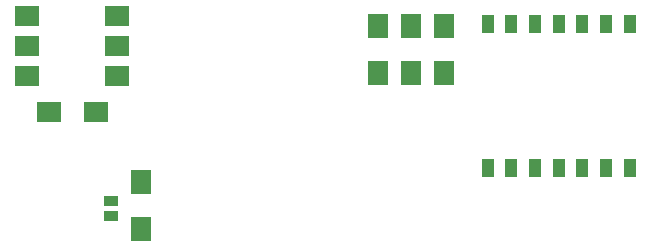
<source format=gtp>
G04 #@! TF.FileFunction,Paste,Top*
%FSLAX46Y46*%
G04 Gerber Fmt 4.6, Leading zero omitted, Abs format (unit mm)*
G04 Created by KiCad (PCBNEW 4.0.7) date Sun Sep 17 21:26:38 2017*
%MOMM*%
%LPD*%
G01*
G04 APERTURE LIST*
%ADD10C,0.100000*%
%ADD11R,2.000000X1.780000*%
%ADD12R,1.270000X0.970000*%
%ADD13R,1.700000X2.000000*%
%ADD14R,2.000000X1.700000*%
%ADD15R,1.000000X1.500000*%
G04 APERTURE END LIST*
D10*
D11*
X123445000Y-108315000D03*
X131065000Y-113395000D03*
X123445000Y-110855000D03*
X131065000Y-110855000D03*
X123445000Y-113395000D03*
X131065000Y-108315000D03*
D12*
X130557000Y-123931000D03*
X130557000Y-125211000D03*
D13*
X155957000Y-109109000D03*
X155957000Y-113109000D03*
X153163000Y-113109000D03*
X153163000Y-109109000D03*
X158751000Y-113141000D03*
X158751000Y-109141000D03*
D14*
X129255000Y-116443000D03*
X125255000Y-116443000D03*
D13*
X133097000Y-122349000D03*
X133097000Y-126349000D03*
D15*
X174435500Y-121150000D03*
X172436520Y-121150000D03*
X162439080Y-121150000D03*
X162439080Y-108950000D03*
X164438060Y-108950000D03*
X170435000Y-108950000D03*
X168438560Y-108950000D03*
X172436520Y-108950000D03*
X166439580Y-108950000D03*
X170435000Y-121150000D03*
X164438060Y-121150000D03*
X168438560Y-121150000D03*
X166439580Y-121150000D03*
X174435500Y-108950000D03*
M02*

</source>
